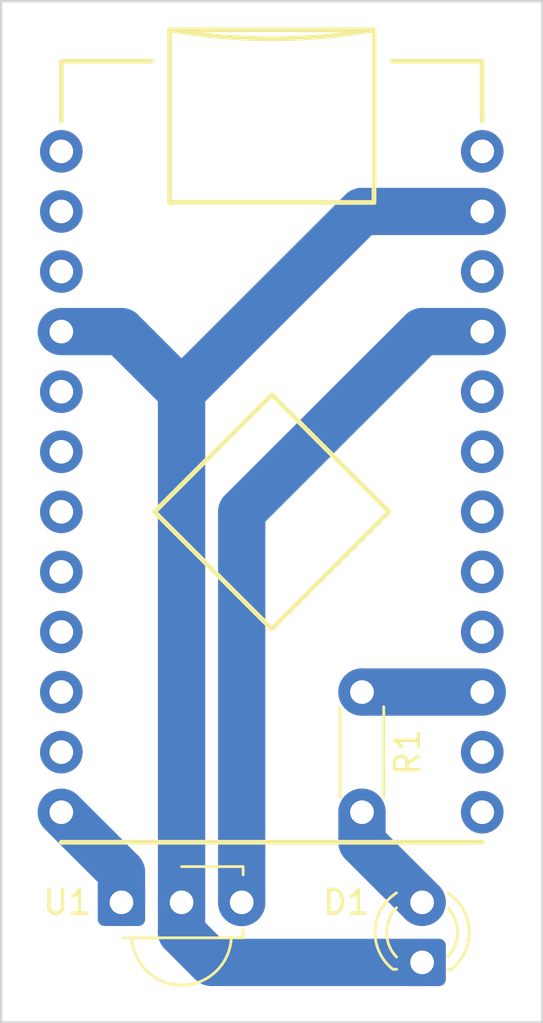
<source format=kicad_pcb>
(kicad_pcb (version 20241229) (generator "pcbnew") (generator_version "9.0")
  (layers (0 "F.Cu" signal) (2 "B.Cu" signal) (13 "F.Paste" user) (15 "B.Paste" user) (5 "F.SilkS" user "F.Silkscreen") (7 "B.SilkS" user "B.Silkscreen") (1 "F.Mask" user) (3 "B.Mask" user) (25 "Edge.Cuts" user))
  (net 0 "")
  (net 1 "Net-(D1-K)")
  (net 2 "Net-(D1-A)")
  (net 3 "Net-(U1-OUT)")
  (net 4 "+5V")
  (net 11 "Net-(U2-D14)")
  (footprint "Custom:Arduino_Pro_Micro" (layer "F.Cu") (at 151.13 93.98)
    (property "Reference" "U2")
    (property "Value" "Arduino_Pro_Micro")
    (fp_line (start -8.89 -16.51) (end -8.89 -13.97) (stroke (width 0.2032)) (layer "F.SilkS"))
    (fp_line (start -5.08 -16.51) (end -8.89 -16.51) (stroke (width 0.2032)) (layer "F.SilkS"))
    (fp_line (start -4.953 2.54) (end 0 7.493) (stroke (width 0.2032)) (layer "F.SilkS"))
    (fp_line (start -4.318 -17.8435) (end 4.318 -17.8435) (stroke (width 0.2032)) (layer "F.SilkS"))
    (fp_line (start -4.318 -10.541) (end -4.318 -17.8435) (stroke (width 0.2032)) (layer "F.SilkS"))
    (fp_line (start 0 -2.413) (end -4.953 2.54) (stroke (width 0.2032)) (layer "F.SilkS"))
    (fp_line (start 0 7.493) (end 4.953 2.54) (stroke (width 0.2032)) (layer "F.SilkS"))
    (fp_line (start 4.318 -17.8435) (end 4.318 -10.541) (stroke (width 0.2032)) (layer "F.SilkS"))
    (fp_line (start 4.318 -10.541) (end -4.318 -10.541) (stroke (width 0.2032)) (layer "F.SilkS"))
    (fp_line (start 4.953 2.54) (end 0 -2.413) (stroke (width 0.2032)) (layer "F.SilkS"))
    (fp_line (start 5.08 -16.51) (end 8.89 -16.51) (stroke (width 0.2032)) (layer "F.SilkS"))
    (fp_line (start 8.89 -16.51) (end 8.89 -13.97) (stroke (width 0.2032)) (layer "F.SilkS"))
    (fp_line (start 8.89 16.51) (end -8.89 16.51) (stroke (width 0.2032)) (layer "F.SilkS"))
    (fp_arc (start 4.318 -17.8435) (mid 0 -17.460445) (end -4.318 -17.8435) (stroke (width 0.2032)) (layer "F.SilkS"))
    (pad "1" thru_hole circle (at -8.89 -12.7) (size 1.8 1.8) (drill 1) (layers "*.Cu" "*.Mask"))
    (pad "2" thru_hole circle (at -8.89 -10.16) (size 1.8 1.8) (drill 1) (layers "*.Cu" "*.Mask"))
    (pad "3" thru_hole circle (at -8.89 -7.62) (size 1.8 1.8) (drill 1) (layers "*.Cu" "*.Mask") (net 1 "Net-(D1-K)"))
    (pad "4" thru_hole circle (at -8.89 -5.08) (size 1.8 1.8) (drill 1) (layers "*.Cu" "*.Mask") (net 1 "Net-(D1-K)"))
    (pad "5" thru_hole circle (at -8.89 -2.54) (size 1.8 1.8) (drill 1) (layers "*.Cu" "*.Mask"))
    (pad "6" thru_hole circle (at -8.89 0) (size 1.8 1.8) (drill 1) (layers "*.Cu" "*.Mask"))
    (pad "7" thru_hole circle (at -8.89 2.54) (size 1.8 1.8) (drill 1) (layers "*.Cu" "*.Mask"))
    (pad "8" thru_hole circle (at -8.89 5.08) (size 1.8 1.8) (drill 1) (layers "*.Cu" "*.Mask"))
    (pad "9" thru_hole circle (at -8.89 7.62) (size 1.8 1.8) (drill 1) (layers "*.Cu" "*.Mask"))
    (pad "10" thru_hole circle (at -8.89 10.16) (size 1.8 1.8) (drill 1) (layers "*.Cu" "*.Mask"))
    (pad "11" thru_hole circle (at -8.89 12.7) (size 1.8 1.8) (drill 1) (layers "*.Cu" "*.Mask"))
    (pad "12" thru_hole circle (at -8.89 15.24) (size 1.8 1.8) (drill 1) (layers "*.Cu" "*.Mask") (net 3 "Net-(U1-OUT)"))
    (pad "13" thru_hole circle (at 8.89 15.24) (size 1.8 1.8) (drill 1) (layers "*.Cu" "*.Mask"))
    (pad "14" thru_hole circle (at 8.89 12.7) (size 1.8 1.8) (drill 1) (layers "*.Cu" "*.Mask"))
    (pad "15" thru_hole circle (at 8.89 10.16) (size 1.8 1.8) (drill 1) (layers "*.Cu" "*.Mask") (net 11 "Net-(U2-D14)"))
    (pad "16" thru_hole circle (at 8.89 7.62) (size 1.8 1.8) (drill 1) (layers "*.Cu" "*.Mask"))
    (pad "17" thru_hole circle (at 8.89 5.08) (size 1.8 1.8) (drill 1) (layers "*.Cu" "*.Mask"))
    (pad "18" thru_hole circle (at 8.89 2.54) (size 1.8 1.8) (drill 1) (layers "*.Cu" "*.Mask"))
    (pad "19" thru_hole circle (at 8.89 0) (size 1.8 1.8) (drill 1) (layers "*.Cu" "*.Mask"))
    (pad "20" thru_hole circle (at 8.89 -2.54) (size 1.8 1.8) (drill 1) (layers "*.Cu" "*.Mask"))
    (pad "21" thru_hole circle (at 8.89 -5.08) (size 1.8 1.8) (drill 1) (layers "*.Cu" "*.Mask") (net 4 "+5V"))
    (pad "22" thru_hole circle (at 8.89 -7.62) (size 1.8 1.8) (drill 1) (layers "*.Cu" "*.Mask"))
    (pad "23" thru_hole circle (at 8.89 -10.16) (size 1.8 1.8) (drill 1) (layers "*.Cu" "*.Mask") (net 1 "Net-(D1-K)"))
    (pad "24" thru_hole circle (at 8.89 -12.7) (size 1.8 1.8) (drill 1) (layers "*.Cu" "*.Mask"))
  )
  (footprint "OptoDevice:Vishay_MINICAST-3Pin" (layer "F.Cu") (at 144.78 113.03)
    (property "Reference" "U1" (at -2.3 0 180) (layer "F.SilkS"))
    (property "Value" "VS1838B")
    (fp_line (start 5.14 -1.51) (end 2.54 -1.51) (stroke (width 0.12)) (layer "F.SilkS"))
    (fp_line (start 5.14 -1.16) (end 5.14 -1.51) (stroke (width 0.12)) (layer "F.SilkS"))
    (fp_line (start 5.14 1.16) (end 5.14 1.5) (stroke (width 0.12)) (layer "F.SilkS"))
    (fp_line (start 5.14 1.5) (end 0.05 1.5) (stroke (width 0.12)) (layer "F.SilkS"))
    (fp_arc (start 4.64 1.5) (mid 2.540869 3.502379) (end 0.440083 1.501736) (stroke (width 0.12)) (layer "F.SilkS"))
    (pad "1" thru_hole roundrect (at 0 0) (size 2 2) (drill 1) (layers "*.Cu" "*.Mask") (roundrect_rratio 0.139) (net 3 "Net-(U1-OUT)"))
    (pad "2" thru_hole circle (at 2.54 0) (size 2 2) (drill 1) (layers "*.Cu" "*.Mask") (net 1 "Net-(D1-K)"))
    (pad "3" thru_hole circle (at 5.08 0) (size 2 2) (drill 1) (layers "*.Cu" "*.Mask") (net 4 "+5V"))
  )
  (footprint "LED_THT:LED_D3.0mm" (layer "F.Cu") (at 157.48 115.57 90)
    (property "Reference" "D1" (at 2.54 -3.2 0) (layer "F.SilkS"))
    (property "Value" "LED" (hide yes))
    (fp_line (start -0.29 -1.236) (end -0.29 -1.08) (stroke (width 0.12)) (layer "F.SilkS"))
    (fp_line (start -0.29 1.08) (end -0.29 1.236) (stroke (width 0.12)) (layer "F.SilkS"))
    (fp_arc (start -0.29 -1.235516) (mid 1.36566 -1.987699) (end 2.941437 -1.08) (stroke (width 0.12)) (layer "F.SilkS"))
    (fp_arc (start 0.229039 -1.08) (mid 1.27 -1.5) (end 2.310961 -1.08) (stroke (width 0.12)) (layer "F.SilkS"))
    (fp_arc (start 2.941437 1.08) (mid 1.36566 1.987699) (end -0.29 1.235516) (stroke (width 0.12)) (layer "F.SilkS"))
    (fp_arc (start 2.310961 1.08) (mid 1.27 1.5) (end 0.229039 1.08) (stroke (width 0.12)) (layer "F.SilkS"))
    (pad "1" thru_hole roundrect (at 0 0 90) (size 2 2) (drill 1) (layers "*.Cu" "*.Mask") (roundrect_rratio 0.1388888889) (net 1 "Net-(D1-K)"))
    (pad "2" thru_hole circle (at 2.54 0 90) (size 2 2) (drill 1) (layers "*.Cu" "*.Mask") (net 2 "Net-(D1-A)"))
  )
  (footprint "Resistor_THT:R_Axial_DIN0204_L3.6mm_D1.6mm_P5.08mm_Horizontal" (layer "F.Cu") (at 154.94 104.14 -90)
    (property "Reference" "R1" (at 2.54 -1.92 270) (layer "F.SilkS"))
    (property "Value" "10K")
    (fp_line (start 0.62 0.92) (end 4.46 0.92) (stroke (width 0.12)) (layer "F.SilkS"))
    (fp_line (start 0.62 -0.92) (end 4.46 -0.92) (stroke (width 0.12)) (layer "F.SilkS"))
    (pad "1" thru_hole circle (at 0 0 270) (size 2 2) (drill 1) (layers "*.Cu" "*.Mask") (net 11 "Net-(U2-D14)"))
    (pad "2" thru_hole circle (at 5.08 0 270) (size 2 2) (drill 1) (layers "*.Cu" "*.Mask") (net 2 "Net-(D1-A)"))
  )
  (gr_line (start 139.7 118.11) (end 162.56 118.11) (stroke (width 0.1)) (layer "Edge.Cuts"))
  (gr_line (start 139.7 74.93) (end 139.7 118.11) (stroke (width 0.1)) (layer "Edge.Cuts"))
  (gr_line (start 162.56 118.11) (end 162.56 74.93) (stroke (width 0.1)) (layer "Edge.Cuts"))
  (gr_line (start 162.56 74.93) (end 139.7 74.93) (stroke (width 0.1)) (layer "Edge.Cuts"))
  (segment (start 147.32 91.44) (end 154.94 83.82) (width 2) (layer "B.Cu") (net 1))
  (segment (start 147.32 113.03) (end 147.32 91.44) (width 2) (layer "B.Cu") (net 1))
  (segment (start 154.94 83.82) (end 160.02 83.82) (width 2) (layer "B.Cu") (net 1))
  (segment (start 148.59 115.57) (end 147.32 114.3) (width 2) (layer "B.Cu") (net 1))
  (segment (start 157.48 115.57) (end 148.59 115.57) (width 2) (layer "B.Cu") (net 1))
  (segment (start 144.78 88.9) (end 142.24 88.9) (width 2) (layer "B.Cu") (net 1))
  (segment (start 147.32 91.44) (end 144.78 88.9) (width 2) (layer "B.Cu") (net 1))
  (segment (start 147.32 114.3) (end 147.32 113.03) (width 2) (layer "B.Cu") (net 1))
  (segment (start 154.94 110.49) (end 157.48 113.03) (width 2) (layer "B.Cu") (net 2))
  (segment (start 154.94 109.22) (end 154.94 110.49) (width 2) (layer "B.Cu") (net 2))
  (segment (start 144.78 113.03) (end 144.78 111.76) (width 2) (layer "B.Cu") (net 3))
  (segment (start 144.78 111.76) (end 142.24 109.22) (width 2) (layer "B.Cu") (net 3))
  (segment (start 149.86 113.04) (end 149.86 96.52) (width 2) (layer "B.Cu") (net 4))
  (segment (start 157.48 88.9) (end 160.02 88.9) (width 2) (layer "B.Cu") (net 4))
  (segment (start 149.86 96.52) (end 157.48 88.9) (width 2) (layer "B.Cu") (net 4))
  (segment (start 154.94 104.14) (end 160.02 104.14) (width 2) (layer "B.Cu") (net 11))
)
</source>
